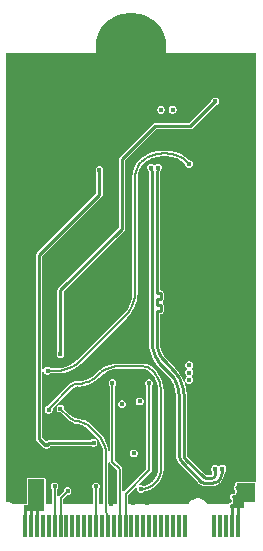
<source format=gbl>
G04*
G04 #@! TF.GenerationSoftware,Altium Limited,Altium Designer,21.6.4 (81)*
G04*
G04 Layer_Physical_Order=4*
G04 Layer_Color=16711680*
%FSLAX25Y25*%
%MOIN*%
G70*
G04*
G04 #@! TF.SameCoordinates,6F8CC7CC-E5A1-43EC-881E-7175B0140384*
G04*
G04*
G04 #@! TF.FilePolarity,Positive*
G04*
G01*
G75*
%ADD17C,0.01000*%
%ADD61C,0.00750*%
%ADD62C,0.00950*%
%ADD65C,0.01600*%
%ADD67R,0.01378X0.07677*%
%ADD68C,0.00800*%
%ADD69C,0.23622*%
G36*
X85009Y21277D02*
X84509Y20946D01*
X78539D01*
X78156Y20788D01*
X77998Y20405D01*
Y19996D01*
X77882Y19717D01*
X77683Y19518D01*
X77648Y19433D01*
X77579Y19372D01*
X77496Y19202D01*
X77487Y19055D01*
X77444Y18914D01*
X77485Y18473D01*
X77571Y18311D01*
X77641Y18141D01*
X77759Y18023D01*
X77874Y17745D01*
Y17443D01*
X77759Y17164D01*
X77545Y16950D01*
X77266Y16835D01*
X77112D01*
X76933Y16761D01*
X76751Y16696D01*
X76327Y16316D01*
X76278Y16212D01*
X76252Y16188D01*
X76236Y16180D01*
X76234Y16170D01*
X76194Y16132D01*
X76160Y16055D01*
X76158Y15961D01*
X76149Y15943D01*
X76157Y15920D01*
X76157Y15916D01*
X76116Y15783D01*
X76131Y15637D01*
X76169Y15565D01*
Y15483D01*
X76263Y15389D01*
X76326Y15272D01*
X76364Y15260D01*
X76627Y14997D01*
X76743Y14718D01*
Y14416D01*
X76627Y14137D01*
X76414Y13924D01*
X76036Y13767D01*
X75960Y13691D01*
X75860Y13650D01*
X75819Y13550D01*
X75809Y13540D01*
X68769D01*
X68552Y13865D01*
X67901Y14517D01*
X67379Y14865D01*
X67379Y14865D01*
X66528Y15217D01*
X66528Y15217D01*
X65914Y15340D01*
X64992D01*
X64377Y15217D01*
X64377Y15217D01*
X63526Y14865D01*
X63005Y14517D01*
X62353Y13865D01*
X62136Y13540D01*
X42254D01*
Y16583D01*
X44744Y19073D01*
X45168Y18790D01*
X45157Y18763D01*
Y18245D01*
X45355Y17767D01*
X45720Y17402D01*
X46198Y17204D01*
X46715D01*
X47193Y17402D01*
X47485Y17694D01*
X47932Y17738D01*
X49352Y18168D01*
X50660Y18867D01*
X51806Y19808D01*
X51806Y19808D01*
X52764Y20975D01*
X53475Y22306D01*
X53914Y23751D01*
X54062Y25253D01*
X54042D01*
Y50976D01*
X54058D01*
X53924Y52683D01*
X53524Y54347D01*
X52869Y55928D01*
X51975Y57388D01*
X50863Y58689D01*
X50872Y58698D01*
X49758Y59553D01*
X48460Y60091D01*
X47067Y60274D01*
Y60245D01*
X39086D01*
Y60262D01*
X37379Y60128D01*
X35715Y59728D01*
X34133Y59073D01*
X32758Y58230D01*
X32758Y58230D01*
X32650Y58127D01*
X32421Y57898D01*
X32420Y57897D01*
X32408Y57885D01*
X31341Y56817D01*
X31329Y56799D01*
X30112Y55801D01*
X28705Y55049D01*
X27178Y54585D01*
X26083Y54478D01*
X25591Y54459D01*
Y54459D01*
X24370Y54298D01*
X23232Y53827D01*
X22642Y53374D01*
X22256Y53078D01*
X22255Y53077D01*
X22271Y53061D01*
X15396Y46185D01*
X15382Y46198D01*
X15327Y46114D01*
X15012Y45984D01*
X14646Y45618D01*
X14448Y45140D01*
Y44623D01*
X14646Y44146D01*
X15012Y43780D01*
X15489Y43582D01*
X16007D01*
X16484Y43780D01*
X16850Y44146D01*
X17048Y44623D01*
Y45140D01*
X16997Y45263D01*
X23533Y51799D01*
X23539Y51793D01*
X23539Y51794D01*
X24140Y52254D01*
X24839Y52544D01*
X25568Y52640D01*
X25591Y52620D01*
Y52620D01*
X27531Y52811D01*
X29397Y53378D01*
X31117Y54297D01*
X31283Y54433D01*
X32624Y55534D01*
X32602Y55556D01*
X33810Y56763D01*
X34020Y56935D01*
X35596Y57778D01*
X37307Y58297D01*
X39049Y58469D01*
X39086Y58461D01*
X47067D01*
Y58459D01*
X47990Y58337D01*
X48850Y57981D01*
X49588Y57415D01*
X49907Y57047D01*
X50732Y56042D01*
X51574Y54466D01*
X52093Y52755D01*
X52265Y51013D01*
X52258Y50976D01*
Y25253D01*
X52253D01*
X52140Y24103D01*
X51805Y22998D01*
X51260Y21980D01*
X50527Y21087D01*
X50156Y20776D01*
X49346Y20154D01*
X47952Y19576D01*
X47308Y19491D01*
X47193Y19606D01*
X46715Y19804D01*
X46198D01*
X46171Y19793D01*
X45888Y20217D01*
X49843Y24172D01*
X50037Y24462D01*
X50105Y24803D01*
Y52892D01*
X50315Y53102D01*
X50513Y53580D01*
Y54097D01*
X50315Y54575D01*
X49949Y54941D01*
X49471Y55139D01*
X48954D01*
X48476Y54941D01*
X48110Y54575D01*
X47913Y54097D01*
Y53580D01*
X48110Y53102D01*
X48320Y52892D01*
Y25173D01*
X40786Y17638D01*
X40561Y17673D01*
X40286Y17817D01*
Y25173D01*
X40218Y25515D01*
X40025Y25804D01*
X37900Y27929D01*
Y52892D01*
X38110Y53102D01*
X38308Y53580D01*
Y54097D01*
X38110Y54575D01*
X37744Y54941D01*
X37266Y55139D01*
X36749D01*
X36272Y54941D01*
X35906Y54575D01*
X35708Y54097D01*
Y53580D01*
X35906Y53102D01*
X36116Y52892D01*
Y31116D01*
X35616Y31092D01*
X35513Y32138D01*
X34999Y33832D01*
X34164Y35393D01*
X33041Y36762D01*
X33023Y36743D01*
X33023Y36743D01*
X30034Y39732D01*
X30034Y39732D01*
X30048Y39747D01*
X28853Y40728D01*
X27705Y41341D01*
X27488Y41457D01*
X26008Y41906D01*
X24734Y42032D01*
X23932Y42460D01*
X23013Y43214D01*
X23010Y43212D01*
X20985Y45237D01*
Y45534D01*
X20787Y46012D01*
X20421Y46378D01*
X19944Y46576D01*
X19426D01*
X18949Y46378D01*
X18583Y46012D01*
X18385Y45534D01*
Y45017D01*
X18583Y44539D01*
X18949Y44173D01*
X19426Y43976D01*
X19723D01*
X21749Y41950D01*
X21734Y41936D01*
X22927Y40957D01*
X24020Y40372D01*
X24105Y40327D01*
Y40327D01*
X24124Y40323D01*
X24127Y40321D01*
X24467Y40249D01*
X24469Y40249D01*
X24469Y40249D01*
X25655Y40132D01*
X26796Y39786D01*
X27848Y39224D01*
X28769Y38468D01*
X28772Y38470D01*
X28772Y38470D01*
X31761Y35481D01*
X31766Y35478D01*
X32660Y34388D01*
X33328Y33140D01*
X33739Y31785D01*
X33877Y30383D01*
X33876Y30376D01*
Y13540D01*
X32400D01*
Y18357D01*
X32598Y18555D01*
X32796Y19033D01*
Y19550D01*
X32598Y20028D01*
X32232Y20393D01*
X31755Y20591D01*
X31238D01*
X30760Y20393D01*
X30394Y20028D01*
X30196Y19550D01*
Y19033D01*
X30394Y18555D01*
X30616Y18333D01*
Y13540D01*
X20601D01*
Y15008D01*
X22009Y16417D01*
X22306D01*
X22784Y16614D01*
X23149Y16980D01*
X23347Y17458D01*
Y17975D01*
X23149Y18453D01*
X22784Y18819D01*
X22306Y19016D01*
X21789D01*
X21311Y18819D01*
X20945Y18453D01*
X20747Y17975D01*
Y17678D01*
X19120Y16051D01*
X18941Y16073D01*
X18620Y16224D01*
Y18357D01*
X18819Y18555D01*
X19016Y19033D01*
Y19550D01*
X18819Y20028D01*
X18453Y20393D01*
X17975Y20591D01*
X17458D01*
X16980Y20393D01*
X16614Y20028D01*
X16417Y19550D01*
Y19033D01*
X16614Y18555D01*
X16836Y18333D01*
Y13540D01*
X14714D01*
Y21654D01*
X14556Y22036D01*
X14173Y22195D01*
X8897D01*
X8514Y22036D01*
X8355Y21654D01*
Y13540D01*
X3991D01*
X3972Y13553D01*
X3972Y13553D01*
X3262Y13847D01*
X3031Y13893D01*
X2805Y13962D01*
X2421Y13999D01*
X2342Y13992D01*
X2264Y14007D01*
X1606D01*
X1606Y163749D01*
X85009D01*
X85009Y21277D01*
D02*
G37*
G36*
X36184Y27218D02*
X36377Y26928D01*
X38502Y24804D01*
Y13540D01*
X35660D01*
Y27288D01*
X36160Y27337D01*
X36184Y27218D01*
D02*
G37*
G36*
X84646Y14173D02*
X80709D01*
Y12205D01*
X76243D01*
Y13267D01*
X76721Y13465D01*
X77086Y13830D01*
X77284Y14308D01*
Y14826D01*
X77086Y15303D01*
X76721Y15669D01*
X76669Y15690D01*
X76655Y15836D01*
X76689Y15914D01*
X77112Y16294D01*
X77374D01*
X77852Y16492D01*
X78218Y16857D01*
X78415Y17335D01*
Y17852D01*
X78218Y18330D01*
X78024Y18523D01*
X77983Y18965D01*
X78066Y19135D01*
X78341Y19410D01*
X78539Y19888D01*
Y20405D01*
X84646D01*
Y14173D01*
D02*
G37*
G36*
X14173Y12205D02*
Y11024D01*
X7480D01*
Y12992D01*
X8897D01*
Y21654D01*
X14173D01*
Y12205D01*
D02*
G37*
%LPC*%
G36*
X57345Y146182D02*
X56828D01*
X56350Y145984D01*
X55984Y145618D01*
X55787Y145141D01*
Y144623D01*
X55984Y144146D01*
X56350Y143780D01*
X56828Y143582D01*
X57345D01*
X57823Y143780D01*
X58189Y144146D01*
X58387Y144623D01*
Y145141D01*
X58189Y145618D01*
X57823Y145984D01*
X57345Y146182D01*
D02*
G37*
G36*
X53408D02*
X52891D01*
X52413Y145984D01*
X52047Y145618D01*
X51850Y145141D01*
Y144623D01*
X52047Y144146D01*
X52413Y143780D01*
X52891Y143582D01*
X53408D01*
X53886Y143780D01*
X54252Y144146D01*
X54450Y144623D01*
Y145141D01*
X54252Y145618D01*
X53886Y145984D01*
X53408Y146182D01*
D02*
G37*
G36*
X54913Y131224D02*
Y131207D01*
X53698D01*
Y131224D01*
X51992Y131089D01*
X50327Y130690D01*
X48746Y130035D01*
X47286Y129140D01*
X45985Y128029D01*
X45980Y128033D01*
X44958Y126787D01*
X44199Y125367D01*
X43731Y123826D01*
X43574Y122222D01*
X43596D01*
Y83670D01*
X43603Y83633D01*
X43432Y81891D01*
X42913Y80180D01*
X42070Y78604D01*
X41245Y77598D01*
X40928Y77229D01*
X40582Y76883D01*
X25133Y61434D01*
X25112Y61402D01*
X23759Y60292D01*
X22182Y59449D01*
X20471Y58930D01*
X18730Y58759D01*
X18692Y58766D01*
X16301D01*
X16091Y58976D01*
X15613Y59174D01*
X15096D01*
X14618Y58976D01*
X14252Y58610D01*
X14118Y58286D01*
X13618Y58386D01*
Y96034D01*
X33398Y115814D01*
X33619Y116145D01*
X33697Y116535D01*
Y123984D01*
X33779Y124067D01*
X33977Y124545D01*
Y125062D01*
X33779Y125540D01*
X33414Y125905D01*
X32936Y126103D01*
X32419D01*
X31941Y125905D01*
X31575Y125540D01*
X31377Y125062D01*
Y124545D01*
X31575Y124067D01*
X31658Y123984D01*
Y116958D01*
X11878Y97178D01*
X11656Y96847D01*
X11579Y96457D01*
Y35039D01*
X11656Y34649D01*
X11878Y34318D01*
X13846Y32350D01*
X13855Y32344D01*
X13859Y32335D01*
X14224Y31969D01*
X14702Y31771D01*
X15219D01*
X15697Y31969D01*
X16063Y32335D01*
X16228Y32734D01*
X16333Y32839D01*
X29890D01*
X29972Y32756D01*
X30450Y32558D01*
X30967D01*
X31445Y32756D01*
X31811Y33122D01*
X32009Y33600D01*
Y34117D01*
X31811Y34595D01*
X31445Y34960D01*
X30967Y35158D01*
X30450D01*
X29972Y34960D01*
X29890Y34878D01*
X15910D01*
X15520Y34800D01*
X15189Y34579D01*
X14981Y34371D01*
X14709D01*
X13618Y35462D01*
Y57362D01*
X14118Y57462D01*
X14252Y57138D01*
X14618Y56772D01*
X15096Y56574D01*
X15613D01*
X16091Y56772D01*
X16301Y56982D01*
X18692D01*
Y56965D01*
X20399Y57100D01*
X22063Y57499D01*
X23645Y58154D01*
X25104Y59049D01*
X26406Y60160D01*
X26394Y60172D01*
X41837Y75614D01*
X42202Y75956D01*
X42202Y75956D01*
X43314Y77258D01*
X44208Y78717D01*
X44863Y80299D01*
X45032Y81001D01*
X45041Y81016D01*
X45072Y81169D01*
X45263Y81963D01*
X45397Y83670D01*
X45380D01*
Y122222D01*
X45382D01*
X45505Y123473D01*
X45870Y124675D01*
X46462Y125783D01*
X47259Y126754D01*
X47627Y127073D01*
X48632Y127897D01*
X50208Y128740D01*
X51919Y129259D01*
X53661Y129430D01*
X53698Y129423D01*
X54913D01*
X54950Y129430D01*
X56692Y129259D01*
X58403Y128740D01*
X59979Y127897D01*
X61298Y126814D01*
Y126513D01*
X61496Y126035D01*
X61862Y125670D01*
X62340Y125472D01*
X62857D01*
X63335Y125670D01*
X63700Y126035D01*
X63898Y126513D01*
Y127030D01*
X63700Y127508D01*
X63335Y127874D01*
X62857Y128072D01*
X62576D01*
X61325Y129140D01*
X59865Y130035D01*
X58284Y130690D01*
X56620Y131089D01*
X54913Y131224D01*
D02*
G37*
G36*
X52436Y126891D02*
X51919D01*
X51441Y126693D01*
X51310Y126562D01*
X50983Y126378D01*
X50657Y126562D01*
X50526Y126693D01*
X50048Y126891D01*
X49531D01*
X49053Y126693D01*
X48688Y126327D01*
X48490Y125849D01*
Y125332D01*
X48688Y124854D01*
X48974Y124568D01*
X49020Y124337D01*
X49136Y124163D01*
X49164Y124094D01*
Y67664D01*
X49145D01*
X49300Y65692D01*
X49762Y63769D01*
X50518Y61941D01*
X51552Y60255D01*
X52836Y58751D01*
X52836Y58751D01*
X53204Y58411D01*
X55423Y56192D01*
X55459Y56168D01*
X56554Y54834D01*
X57387Y53275D01*
X57900Y51583D01*
X58069Y49866D01*
X58061Y49824D01*
Y30304D01*
X58031D01*
X58225Y28834D01*
X58793Y27464D01*
X59695Y26287D01*
X59695Y26287D01*
X60070Y25955D01*
X65494Y20530D01*
X65844Y20175D01*
X65844Y20175D01*
X66393Y19754D01*
X67031Y19490D01*
X67716Y19400D01*
Y19403D01*
X69920D01*
Y19388D01*
X70953Y19524D01*
X71917Y19923D01*
X72744Y20558D01*
Y20558D01*
X73049Y20932D01*
X73564Y21559D01*
X74168Y22690D01*
X74540Y23918D01*
X74576Y24274D01*
X74762Y24461D01*
X74960Y24938D01*
Y25455D01*
X74762Y25933D01*
X74396Y26299D01*
X73918Y26497D01*
X73401D01*
X72923Y26299D01*
X72793Y26168D01*
X72466Y25985D01*
X72139Y26168D01*
X72009Y26299D01*
X71531Y26497D01*
X71014D01*
X70536Y26299D01*
X70170Y25933D01*
X69972Y25455D01*
Y24938D01*
X70170Y24461D01*
X70278Y24352D01*
Y23598D01*
X70230Y23416D01*
X69916Y23046D01*
X69911Y23041D01*
X69095D01*
X69059Y23034D01*
X68196Y23206D01*
X67465Y23694D01*
X67445Y23724D01*
X62296Y28873D01*
X62278Y28885D01*
X61847Y29531D01*
X61695Y30294D01*
X61699Y30315D01*
Y49835D01*
X61719D01*
X61563Y51812D01*
X61101Y53740D01*
X60342Y55572D01*
X59306Y57262D01*
X58018Y58770D01*
X58004Y58756D01*
X58004Y58756D01*
X55427Y61333D01*
X55392Y61356D01*
X54303Y62684D01*
X53473Y64236D01*
X52963Y65919D01*
X52794Y67628D01*
X52802Y67670D01*
Y75354D01*
Y76785D01*
X53072D01*
X53452Y76861D01*
X53775Y77077D01*
X53991Y77399D01*
X54066Y77780D01*
Y79729D01*
X53991Y80110D01*
X53775Y80432D01*
Y80976D01*
X53991Y81299D01*
X54066Y81679D01*
Y83630D01*
X53991Y84010D01*
X53775Y84332D01*
X53452Y84548D01*
X53072Y84624D01*
X52802D01*
Y85132D01*
X52847Y85199D01*
X52923Y85580D01*
Y87529D01*
X52847Y87910D01*
X52802Y87976D01*
Y101181D01*
Y124094D01*
X52831Y124163D01*
X52947Y124337D01*
X52993Y124568D01*
X53279Y124854D01*
X53477Y125332D01*
Y125849D01*
X53279Y126327D01*
X52913Y126693D01*
X52436Y126891D01*
D02*
G37*
G36*
X71518Y148938D02*
X71001D01*
X70524Y148740D01*
X70158Y148374D01*
X69960Y147896D01*
Y147780D01*
X62570Y140390D01*
X51181D01*
X50791Y140312D01*
X50460Y140091D01*
X39437Y129067D01*
X39215Y128737D01*
X39138Y128347D01*
Y105540D01*
X18964Y85367D01*
X18743Y85036D01*
X18665Y84646D01*
Y64205D01*
X18583Y64122D01*
X18385Y63644D01*
Y63127D01*
X18583Y62649D01*
X18949Y62284D01*
X19426Y62086D01*
X19944D01*
X20421Y62284D01*
X20787Y62649D01*
X20985Y63127D01*
Y63644D01*
X20787Y64122D01*
X20705Y64205D01*
Y84223D01*
X40878Y104397D01*
X41100Y104728D01*
X41177Y105118D01*
Y127924D01*
X51603Y138350D01*
X62992D01*
X63382Y138428D01*
X63713Y138649D01*
X71402Y146338D01*
X71518D01*
X71996Y146536D01*
X72362Y146901D01*
X72560Y147379D01*
Y147896D01*
X72362Y148374D01*
X71996Y148740D01*
X71518Y148938D01*
D02*
G37*
G36*
X62857Y61142D02*
X62340D01*
X61862Y60945D01*
X61496Y60579D01*
X61298Y60101D01*
Y59584D01*
X61496Y59106D01*
X61730Y58872D01*
X61814Y58563D01*
X61730Y58254D01*
X61496Y58020D01*
X61298Y57542D01*
Y57025D01*
X61496Y56547D01*
X61639Y56404D01*
X61808Y56078D01*
X61639Y55751D01*
X61496Y55608D01*
X61298Y55130D01*
Y54613D01*
X61496Y54136D01*
X61862Y53770D01*
X62340Y53572D01*
X62857D01*
X63335Y53770D01*
X63700Y54136D01*
X63898Y54613D01*
Y55130D01*
X63700Y55608D01*
X63558Y55751D01*
X63389Y56078D01*
X63558Y56404D01*
X63700Y56547D01*
X63898Y57025D01*
Y57542D01*
X63700Y58020D01*
X63467Y58254D01*
X63383Y58563D01*
X63467Y58872D01*
X63700Y59106D01*
X63898Y59584D01*
Y60101D01*
X63700Y60579D01*
X63335Y60945D01*
X62857Y61142D01*
D02*
G37*
G36*
X46322Y48938D02*
X45804D01*
X45327Y48740D01*
X44961Y48374D01*
X44763Y47896D01*
Y47379D01*
X44961Y46901D01*
X45327Y46536D01*
X45804Y46338D01*
X46322D01*
X46799Y46536D01*
X47165Y46901D01*
X47363Y47379D01*
Y47896D01*
X47165Y48374D01*
X46799Y48740D01*
X46322Y48938D01*
D02*
G37*
G36*
X40416Y48150D02*
X39899D01*
X39421Y47952D01*
X39055Y47587D01*
X38857Y47109D01*
Y46592D01*
X39055Y46114D01*
X39421Y45748D01*
X39899Y45550D01*
X40416D01*
X40894Y45748D01*
X41260Y46114D01*
X41458Y46592D01*
Y47109D01*
X41260Y47587D01*
X40894Y47952D01*
X40416Y48150D01*
D02*
G37*
G36*
X44353Y31615D02*
X43836D01*
X43358Y31417D01*
X42992Y31051D01*
X42794Y30574D01*
Y30056D01*
X42992Y29579D01*
X43358Y29213D01*
X43836Y29015D01*
X44353D01*
X44831Y29213D01*
X45197Y29579D01*
X45395Y30056D01*
Y30574D01*
X45197Y31051D01*
X44831Y31417D01*
X44353Y31615D01*
D02*
G37*
%LPD*%
G54D17*
X76795Y6004D02*
Y12515D01*
X78764Y6004D02*
Y13464D01*
X78620D02*
X78764D01*
X15123Y33071D02*
X15910Y33858D01*
X30709D01*
X14961Y33071D02*
X15123D01*
X51181Y139370D02*
X62992D01*
X40157Y128347D02*
X51181Y139370D01*
X40157Y105118D02*
Y128347D01*
X19685Y84646D02*
X40157Y105118D01*
X62992Y139370D02*
X71260Y147638D01*
X19685Y63386D02*
Y84646D01*
X14567Y33071D02*
X14961D01*
X12598Y35039D02*
X14567Y33071D01*
X12598Y35039D02*
Y96457D01*
X32677Y116535D01*
Y124803D01*
X7898Y6004D02*
Y11811D01*
X9866Y6004D02*
Y12609D01*
X11835Y6004D02*
Y12520D01*
G54D61*
X22380Y42581D02*
X23016Y42018D01*
X23716Y41537D01*
X24469Y41145D01*
X27338Y40528D02*
X26414Y40868D01*
X25451Y41075D01*
X24469Y41145D01*
X29403Y39101D02*
X28774Y39659D01*
X28082Y40137D01*
X27338Y40528D01*
X16026Y45554D02*
X15748Y44882D01*
X18692Y57874D02*
X19673Y57922D01*
X20643Y58066D01*
X21595Y58305D01*
X22519Y58635D01*
X23406Y59055D01*
X24248Y59559D01*
X25036Y60144D01*
X25764Y60803D01*
X34768Y30376D02*
X34698Y31435D01*
X34491Y32476D01*
X34150Y33481D01*
X33681Y34432D01*
X33091Y35314D01*
X32392Y36112D01*
X39086Y59353D02*
X38056Y59300D01*
X37036Y59141D01*
X36039Y58878D01*
X35073Y58513D01*
X34151Y58051D01*
X33281Y57496D01*
X30764Y55174D02*
X31390Y55654D01*
X31972Y56186D01*
X25591Y53543D02*
X26507Y53590D01*
X27414Y53729D01*
X28303Y53961D01*
X29163Y54281D01*
X29986Y54686D01*
X30764Y55174D01*
X22903Y52431D02*
X22902Y52430D01*
X25591Y53543D02*
X24607Y53414D01*
X23690Y53034D01*
X22903Y52431D01*
X50221Y58047D02*
X49545Y58602D01*
X48774Y59014D01*
X47937Y59267D01*
X47067Y59353D01*
X53150Y50976D02*
X53101Y51956D01*
X52957Y52927D01*
X52719Y53879D01*
X52388Y54803D01*
X51969Y55690D01*
X51464Y56532D01*
X50880Y57320D01*
X50221Y58047D01*
X51161Y20453D02*
X51853Y21263D01*
X52410Y22171D01*
X52817Y23155D01*
X53066Y24191D01*
X53150Y25253D01*
X46457Y18504D02*
X47497Y18586D01*
X48513Y18830D01*
X49477Y19229D01*
X50367Y19775D01*
X51161Y20453D01*
X35457Y9576D02*
X34943Y10816D01*
X34768Y11298D02*
X34943Y10816D01*
X44217Y81358D02*
X44420Y82506D01*
X44488Y83670D01*
X41559Y76599D02*
X42179Y77278D01*
X42734Y78012D01*
X43219Y78794D01*
X43630Y79616D01*
X43964Y80473D01*
X44217Y81358D01*
X46627Y127386D02*
X45997Y126668D01*
X45467Y125874D01*
X45044Y125017D01*
X44737Y124112D01*
X44551Y123176D01*
X44488Y122222D01*
X53698Y130315D02*
X52718Y130267D01*
X51747Y130123D01*
X50795Y129884D01*
X49871Y129554D01*
X48984Y129134D01*
X48142Y128630D01*
X47354Y128045D01*
X46627Y127386D01*
X61984D02*
X61257Y128045D01*
X60469Y128630D01*
X59627Y129134D01*
X58740Y129554D01*
X57816Y129884D01*
X56864Y130123D01*
X55893Y130267D01*
X54913Y130315D01*
X15354Y57874D02*
X18692D01*
X29403Y39101D02*
X32392Y36112D01*
X19685Y45276D02*
X22380Y42581D01*
X22902Y52430D02*
X22903Y52431D01*
X16026Y45554D02*
X22902Y52430D01*
X34768Y11298D02*
Y30376D01*
X33281Y57496D02*
X33281Y57496D01*
X31972Y56186D02*
X33281Y57496D01*
X25764Y60803D02*
X41559Y76599D01*
X39086Y59353D02*
X47067D01*
X53150Y25253D02*
Y50976D01*
X35457Y6004D02*
Y9576D01*
X44488Y83670D02*
Y122222D01*
X39394Y6004D02*
Y25173D01*
X37008Y27559D02*
X39394Y25173D01*
X37008Y27559D02*
Y53839D01*
X49213Y24803D02*
Y53839D01*
X41362Y16953D02*
X49213Y24803D01*
X53698Y130315D02*
X54913D01*
X61984Y127386D02*
X62598Y126772D01*
X41362Y6004D02*
Y16953D01*
X31508Y6016D02*
Y19279D01*
X17728Y6016D02*
Y19279D01*
X19709Y15378D02*
X22047Y17717D01*
X19709Y6004D02*
Y15378D01*
G54D62*
X72038Y21280D02*
X72727Y22119D01*
X73238Y23076D01*
X73553Y24114D01*
X73660Y25194D01*
X69920Y20397D02*
X71062Y20624D01*
X72030Y21271D01*
X66550Y20880D02*
X67716Y20397D01*
X59055Y30304D02*
X59145Y29396D01*
X59410Y28522D01*
X59840Y27717D01*
X60419Y27011D01*
X59055Y49824D02*
X59007Y50804D01*
X58863Y51775D01*
X58625Y52727D01*
X58294Y53650D01*
X57874Y54538D01*
X57370Y55379D01*
X56785Y56168D01*
X56126Y56895D01*
X50158Y67664D02*
X50203Y66653D01*
X50335Y65651D01*
X50553Y64664D01*
X50857Y63699D01*
X51244Y62765D01*
X51711Y61868D01*
X52255Y61015D01*
X52870Y60213D01*
X53553Y59468D01*
X50158Y124290D02*
X50036Y124585D01*
X49914Y124880D02*
X50036Y124585D01*
X49914Y125290D02*
X49790Y125591D01*
X69916Y22047D02*
X70866Y22441D01*
X66742Y23022D02*
X67431Y22493D01*
X68234Y22161D01*
X69095Y22047D01*
X60705Y30315D02*
X60936Y29154D01*
X61594Y28170D01*
X60705Y49835D02*
X60661Y50848D01*
X60528Y51853D01*
X60309Y52843D01*
X60004Y53810D01*
X59616Y54747D01*
X59148Y55646D01*
X58603Y56501D01*
X57986Y57306D01*
X57301Y58053D01*
X51808Y67670D02*
X51856Y66694D01*
X52000Y65728D01*
X52237Y64780D01*
X52566Y63860D01*
X52984Y62977D01*
X53486Y62139D01*
X54068Y61354D01*
X54724Y60630D01*
X51931Y124585D02*
X51808Y124290D01*
X52177Y125591D02*
X52053Y125290D01*
X70866Y22441D02*
X71272Y23421D01*
X51931Y124585D02*
X52053Y124880D01*
X51808Y87529D02*
Y101181D01*
Y87529D02*
X51929D01*
Y85580D02*
Y87529D01*
X51808Y85580D02*
X51929D01*
X51808Y83630D02*
Y85580D01*
Y83630D02*
X53072D01*
Y81679D02*
Y83630D01*
X51808Y81679D02*
X53072D01*
X51808Y79729D02*
Y81679D01*
Y79729D02*
X53072D01*
Y77780D02*
Y79729D01*
X51808Y77780D02*
X53072D01*
X51808Y75354D02*
Y77780D01*
Y101181D02*
Y124290D01*
Y67670D02*
Y75354D01*
X72030Y21271D02*
X72038Y21280D01*
X67716Y20397D02*
X69920D01*
X59055Y30304D02*
Y49824D01*
X53553Y59468D02*
X56126Y56895D01*
X50158Y67664D02*
Y124290D01*
X49914Y124880D02*
Y125290D01*
X69095Y22047D02*
X69916D01*
X60705Y30315D02*
Y49835D01*
X54724Y60630D02*
X57301Y58053D01*
X52053Y124880D02*
Y125290D01*
X71272Y23421D02*
Y25197D01*
X73660Y25194D02*
Y25197D01*
X61594Y28170D02*
X66742Y23022D01*
X60419Y27011D02*
X66550Y20880D01*
G54D65*
X27350Y47655D02*
D03*
X15748Y44882D02*
D03*
X19685Y45276D02*
D03*
X15354Y57874D02*
D03*
X46457Y18504D02*
D03*
X78740Y30847D02*
D03*
X81809Y31105D02*
D03*
X79965Y24408D02*
D03*
X83206Y27953D02*
D03*
X83465Y24016D02*
D03*
X24803Y14961D02*
D03*
X75984Y14567D02*
D03*
X81890Y75984D02*
D03*
X80709Y94095D02*
D03*
X81102Y84646D02*
D03*
Y101969D02*
D03*
Y105512D02*
D03*
Y108661D02*
D03*
X84110Y161504D02*
D03*
X82610Y158504D02*
D03*
X84110Y155504D02*
D03*
X82610Y152504D02*
D03*
X81110Y161504D02*
D03*
X79610Y158504D02*
D03*
X81110Y155504D02*
D03*
X79610Y152504D02*
D03*
Y68504D02*
D03*
Y62504D02*
D03*
Y56504D02*
D03*
X78110Y161504D02*
D03*
X76610Y158504D02*
D03*
X78110Y155504D02*
D03*
X76610Y152504D02*
D03*
X75110Y161504D02*
D03*
X73610Y158504D02*
D03*
X75110Y155504D02*
D03*
X73610Y152504D02*
D03*
X72110Y161504D02*
D03*
X70610Y158504D02*
D03*
X72110Y155504D02*
D03*
X70610Y152504D02*
D03*
X69110Y161504D02*
D03*
X67610Y158504D02*
D03*
X69110Y155504D02*
D03*
X67610Y152504D02*
D03*
X66110Y161504D02*
D03*
X64610Y158504D02*
D03*
X66110Y155504D02*
D03*
X64610Y152504D02*
D03*
X63110Y161504D02*
D03*
X61610Y158504D02*
D03*
X63110Y155504D02*
D03*
X61610Y152504D02*
D03*
X60110Y161504D02*
D03*
X58610Y158504D02*
D03*
X60110Y155504D02*
D03*
X58610Y152504D02*
D03*
X57110Y161504D02*
D03*
X55610Y158504D02*
D03*
X57110Y155504D02*
D03*
X55610Y152504D02*
D03*
X54110Y155504D02*
D03*
X52610Y152504D02*
D03*
X49610D02*
D03*
X43610Y146504D02*
D03*
X42110Y149504D02*
D03*
X40610Y146504D02*
D03*
X42110Y143504D02*
D03*
X40610Y134504D02*
D03*
X37610Y152504D02*
D03*
X39110Y149504D02*
D03*
X37610Y146504D02*
D03*
X39110Y143504D02*
D03*
X37610Y134504D02*
D03*
Y122504D02*
D03*
Y116504D02*
D03*
Y110504D02*
D03*
X34610Y152504D02*
D03*
X36110Y149504D02*
D03*
X34610Y146504D02*
D03*
X36110Y143504D02*
D03*
X34610Y134504D02*
D03*
Y128504D02*
D03*
X36110Y119504D02*
D03*
Y113504D02*
D03*
X34610Y110504D02*
D03*
X36110Y107504D02*
D03*
X34610Y104504D02*
D03*
X31610Y158504D02*
D03*
X33110Y155504D02*
D03*
X31610Y152504D02*
D03*
X33110Y149504D02*
D03*
X31610Y146504D02*
D03*
X33110Y143504D02*
D03*
Y131504D02*
D03*
X31610Y128504D02*
D03*
Y110504D02*
D03*
X33110Y107504D02*
D03*
X31610Y104504D02*
D03*
X30110Y161504D02*
D03*
X28610Y158504D02*
D03*
X30110Y155504D02*
D03*
X28610Y152504D02*
D03*
X30110Y149504D02*
D03*
X28610Y146504D02*
D03*
X30110Y131504D02*
D03*
X28610Y128504D02*
D03*
X30110Y125504D02*
D03*
Y107504D02*
D03*
X28610Y104504D02*
D03*
X27110Y161504D02*
D03*
X25610Y158504D02*
D03*
X27110Y155504D02*
D03*
X25610Y152504D02*
D03*
X27110Y149504D02*
D03*
X25610Y146504D02*
D03*
X27110Y131504D02*
D03*
X25610Y128504D02*
D03*
X27110Y125504D02*
D03*
Y107504D02*
D03*
X25610Y104504D02*
D03*
X24110Y149504D02*
D03*
X22610Y146504D02*
D03*
X24110Y131504D02*
D03*
X22610Y128504D02*
D03*
Y110504D02*
D03*
X21110Y149504D02*
D03*
X19610Y146504D02*
D03*
Y110504D02*
D03*
X16610D02*
D03*
X18110Y107504D02*
D03*
X16610Y104504D02*
D03*
X15110Y161504D02*
D03*
X13610Y158504D02*
D03*
Y110504D02*
D03*
X15110Y107504D02*
D03*
X13610Y104504D02*
D03*
X12110Y161504D02*
D03*
X10610Y128504D02*
D03*
X12110Y125504D02*
D03*
X10610Y122504D02*
D03*
X12110Y119504D02*
D03*
X10610Y116504D02*
D03*
X12110Y113504D02*
D03*
X10610Y110504D02*
D03*
X12110Y107504D02*
D03*
X10610Y104504D02*
D03*
X7610Y146504D02*
D03*
X9110Y143504D02*
D03*
X7610Y140504D02*
D03*
X9110Y137504D02*
D03*
X7610Y134504D02*
D03*
X9110Y131504D02*
D03*
X7610Y128504D02*
D03*
X9110Y125504D02*
D03*
X7610Y122504D02*
D03*
X9110Y119504D02*
D03*
X7610Y116504D02*
D03*
X9110Y113504D02*
D03*
X7610Y110504D02*
D03*
X9110Y107504D02*
D03*
X7610Y104504D02*
D03*
Y98504D02*
D03*
Y92504D02*
D03*
Y86504D02*
D03*
Y80504D02*
D03*
Y74504D02*
D03*
Y68504D02*
D03*
Y62504D02*
D03*
Y56504D02*
D03*
Y50504D02*
D03*
Y44504D02*
D03*
Y38504D02*
D03*
Y32504D02*
D03*
Y26504D02*
D03*
X6110Y149504D02*
D03*
X4610Y146504D02*
D03*
X6110Y143504D02*
D03*
X4610Y140504D02*
D03*
X6110Y137504D02*
D03*
X4610Y134504D02*
D03*
X6110Y131504D02*
D03*
X4610Y128504D02*
D03*
X6110Y125504D02*
D03*
X4610Y122504D02*
D03*
X6110Y119504D02*
D03*
X4610Y116504D02*
D03*
X6110Y113504D02*
D03*
X4610Y110504D02*
D03*
X6110Y107504D02*
D03*
X4610Y104504D02*
D03*
X6110Y101504D02*
D03*
X4610Y98504D02*
D03*
X6110Y95504D02*
D03*
X4610Y92504D02*
D03*
X6110Y89504D02*
D03*
X4610Y86504D02*
D03*
X6110Y83504D02*
D03*
X4610Y80504D02*
D03*
X6110Y77504D02*
D03*
X4610Y74504D02*
D03*
X6110Y71504D02*
D03*
X4610Y68504D02*
D03*
X6110Y65504D02*
D03*
X4610Y62504D02*
D03*
X6110Y59504D02*
D03*
X4610Y56504D02*
D03*
X6110Y53504D02*
D03*
X4610Y50504D02*
D03*
X6110Y47504D02*
D03*
X4610Y44504D02*
D03*
X6110Y41504D02*
D03*
X4610Y38504D02*
D03*
X6110Y35504D02*
D03*
X4610Y32504D02*
D03*
X6110Y29504D02*
D03*
X4610Y26504D02*
D03*
X6110Y23504D02*
D03*
X12658Y133783D02*
D03*
X12431Y131024D02*
D03*
X13809Y128662D02*
D03*
X15217Y126148D02*
D03*
X17090Y123859D02*
D03*
X22047Y123660D02*
D03*
X21488Y126022D02*
D03*
X19779Y128268D02*
D03*
X18594Y130731D02*
D03*
X18460Y133163D02*
D03*
X18367Y135641D02*
D03*
X16520Y144769D02*
D03*
X15677Y147174D02*
D03*
X12396Y139050D02*
D03*
X12169Y141654D02*
D03*
X11475Y144016D02*
D03*
X12992Y154912D02*
D03*
X9055Y151083D02*
D03*
X9655Y148622D02*
D03*
X11045Y146423D02*
D03*
X12488Y136614D02*
D03*
X18215Y138177D02*
D03*
X17237Y149397D02*
D03*
X16142Y154912D02*
D03*
X3543Y155512D02*
D03*
Y160630D02*
D03*
X24409Y155118D02*
D03*
X28740Y14961D02*
D03*
X73660Y25197D02*
D03*
X71272D02*
D03*
X30709Y33858D02*
D03*
X52177Y125591D02*
D03*
X49790D02*
D03*
X44094Y30315D02*
D03*
X41732Y41732D02*
D03*
X46063Y47638D02*
D03*
X40157Y46850D02*
D03*
X49213Y53839D02*
D03*
X37008D02*
D03*
X14961Y33071D02*
D03*
X32677Y124803D02*
D03*
X62598Y126772D02*
D03*
X19685Y63386D02*
D03*
X74803Y139370D02*
D03*
X69685Y133858D02*
D03*
X71260Y147638D02*
D03*
X57087Y144882D02*
D03*
X53150D02*
D03*
X37402Y131496D02*
D03*
X31102Y141732D02*
D03*
X15358Y63070D02*
D03*
X25364Y123859D02*
D03*
X14173Y123938D02*
D03*
X78347Y35433D02*
D03*
Y39764D02*
D03*
X77953Y46063D02*
D03*
Y49606D02*
D03*
X74016Y53543D02*
D03*
Y58268D02*
D03*
Y62992D02*
D03*
X62598Y59842D02*
D03*
Y57284D02*
D03*
Y54872D02*
D03*
X69291Y17323D02*
D03*
X77115Y17594D02*
D03*
X77239Y20147D02*
D03*
X43701Y13780D02*
D03*
X80360Y15748D02*
D03*
X80101Y18998D02*
D03*
X83071Y15748D02*
D03*
Y18847D02*
D03*
X59842Y14173D02*
D03*
X53937D02*
D03*
X48425Y13780D02*
D03*
X36614Y13386D02*
D03*
X12992Y12205D02*
D03*
Y14961D02*
D03*
X12945Y17782D02*
D03*
X12992Y20333D02*
D03*
X5906Y19808D02*
D03*
X5036Y16535D02*
D03*
X2518Y16524D02*
D03*
X2687Y19808D02*
D03*
X31496Y19291D02*
D03*
X17717D02*
D03*
X22047Y17717D02*
D03*
G54D67*
X55142Y6004D02*
D03*
X53173D02*
D03*
X51205D02*
D03*
X49236D02*
D03*
X47268D02*
D03*
X45299D02*
D03*
X43331D02*
D03*
X61047D02*
D03*
X59079D02*
D03*
X31520D02*
D03*
X35457D02*
D03*
X33488D02*
D03*
X37425D02*
D03*
X29551D02*
D03*
X27583D02*
D03*
X25614D02*
D03*
X23646D02*
D03*
X21677D02*
D03*
X19709D02*
D03*
X17740D02*
D03*
X15772D02*
D03*
X13803D02*
D03*
X11835D02*
D03*
X9866D02*
D03*
X39394D02*
D03*
X41362D02*
D03*
X57110D02*
D03*
X72858D02*
D03*
X78764D02*
D03*
X76795D02*
D03*
X74827D02*
D03*
X70890D02*
D03*
X7898D02*
D03*
G54D68*
X31508Y6016D02*
X31520Y6004D01*
X31496Y19291D02*
X31508Y19279D01*
X17728Y6016D02*
X17740Y6004D01*
X17717Y19291D02*
X17728Y19279D01*
G54D69*
X43307Y165354D02*
D03*
M02*

</source>
